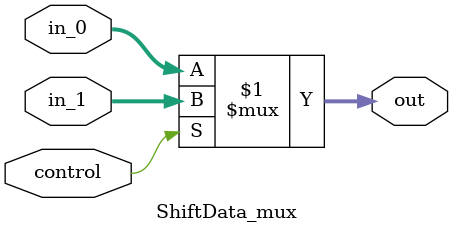
<source format=v>
module ShiftData_mux (
    input wire control,
    input wire [31:0] in_0, // RegA - 0
    input wire [31:0] in_1, // RegB - 1

    output wire[31:0] out
);
    assign out = control ? in_1 : in_0;
endmodule

</source>
